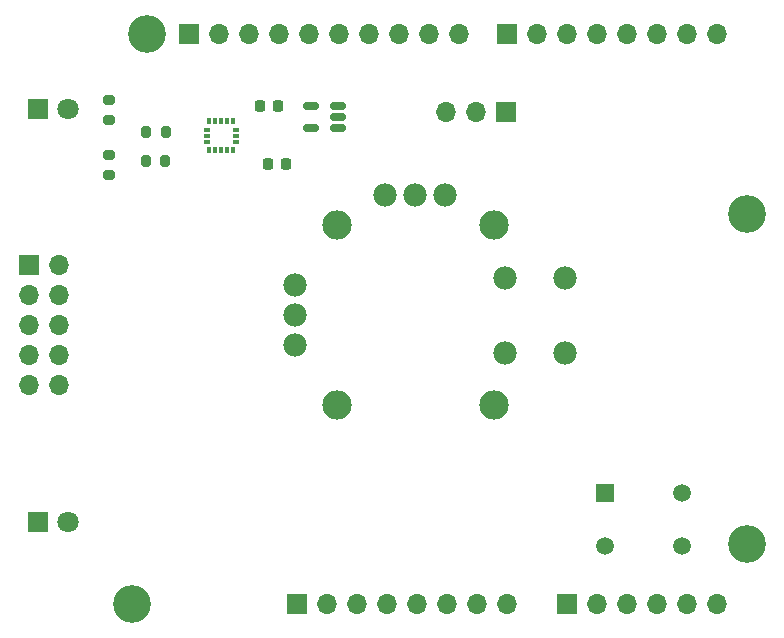
<source format=gbr>
%TF.GenerationSoftware,KiCad,Pcbnew,7.0.2-0*%
%TF.CreationDate,2023-10-31T17:00:16-04:00*%
%TF.ProjectId,ControllerShield,436f6e74-726f-46c6-9c65-72536869656c,rev?*%
%TF.SameCoordinates,Original*%
%TF.FileFunction,Soldermask,Top*%
%TF.FilePolarity,Negative*%
%FSLAX46Y46*%
G04 Gerber Fmt 4.6, Leading zero omitted, Abs format (unit mm)*
G04 Created by KiCad (PCBNEW 7.0.2-0) date 2023-10-31 17:00:16*
%MOMM*%
%LPD*%
G01*
G04 APERTURE LIST*
G04 Aperture macros list*
%AMRoundRect*
0 Rectangle with rounded corners*
0 $1 Rounding radius*
0 $2 $3 $4 $5 $6 $7 $8 $9 X,Y pos of 4 corners*
0 Add a 4 corners polygon primitive as box body*
4,1,4,$2,$3,$4,$5,$6,$7,$8,$9,$2,$3,0*
0 Add four circle primitives for the rounded corners*
1,1,$1+$1,$2,$3*
1,1,$1+$1,$4,$5*
1,1,$1+$1,$6,$7*
1,1,$1+$1,$8,$9*
0 Add four rect primitives between the rounded corners*
20,1,$1+$1,$2,$3,$4,$5,0*
20,1,$1+$1,$4,$5,$6,$7,0*
20,1,$1+$1,$6,$7,$8,$9,0*
20,1,$1+$1,$8,$9,$2,$3,0*%
G04 Aperture macros list end*
%ADD10R,1.700000X1.700000*%
%ADD11O,1.700000X1.700000*%
%ADD12R,1.800000X1.800000*%
%ADD13C,1.800000*%
%ADD14R,1.498600X1.498600*%
%ADD15C,1.498600*%
%ADD16RoundRect,0.200000X-0.200000X-0.275000X0.200000X-0.275000X0.200000X0.275000X-0.200000X0.275000X0*%
%ADD17RoundRect,0.200000X-0.275000X0.200000X-0.275000X-0.200000X0.275000X-0.200000X0.275000X0.200000X0*%
%ADD18C,1.982000*%
%ADD19C,2.490000*%
%ADD20RoundRect,0.225000X0.225000X0.250000X-0.225000X0.250000X-0.225000X-0.250000X0.225000X-0.250000X0*%
%ADD21C,3.200000*%
%ADD22RoundRect,0.150000X0.512500X0.150000X-0.512500X0.150000X-0.512500X-0.150000X0.512500X-0.150000X0*%
%ADD23RoundRect,0.087500X-0.087500X0.187500X-0.087500X-0.187500X0.087500X-0.187500X0.087500X0.187500X0*%
%ADD24RoundRect,0.087500X-0.187500X0.087500X-0.187500X-0.087500X0.187500X-0.087500X0.187500X0.087500X0*%
G04 APERTURE END LIST*
D10*
%TO.C,J1*%
X149890000Y-138655000D03*
D11*
X152430000Y-138655000D03*
X154970000Y-138655000D03*
X157510000Y-138655000D03*
X160050000Y-138655000D03*
X162590000Y-138655000D03*
X165130000Y-138655000D03*
X167670000Y-138655000D03*
%TD*%
D10*
%TO.C,J3*%
X172750000Y-138655000D03*
D11*
X175290000Y-138655000D03*
X177830000Y-138655000D03*
X180370000Y-138655000D03*
X182910000Y-138655000D03*
X185450000Y-138655000D03*
%TD*%
D10*
%TO.C,J2*%
X140746000Y-90395000D03*
D11*
X143286000Y-90395000D03*
X145826000Y-90395000D03*
X148366000Y-90395000D03*
X150906000Y-90395000D03*
X153446000Y-90395000D03*
X155986000Y-90395000D03*
X158526000Y-90395000D03*
X161066000Y-90395000D03*
X163606000Y-90395000D03*
%TD*%
D10*
%TO.C,J4*%
X167670000Y-90395000D03*
D11*
X170210000Y-90395000D03*
X172750000Y-90395000D03*
X175290000Y-90395000D03*
X177830000Y-90395000D03*
X180370000Y-90395000D03*
X182910000Y-90395000D03*
X185450000Y-90395000D03*
%TD*%
D12*
%TO.C,D1*%
X128000000Y-131750000D03*
D13*
X130540000Y-131750000D03*
%TD*%
D14*
%TO.C,SW1*%
X175999998Y-129249999D03*
D15*
X182500000Y-129249999D03*
X175999998Y-133750000D03*
X182500000Y-133750000D03*
%TD*%
D16*
%TO.C,R2*%
X137150000Y-98720000D03*
X138800000Y-98720000D03*
%TD*%
D17*
%TO.C,R4*%
X134000000Y-96000000D03*
X134000000Y-97650000D03*
%TD*%
D18*
%TO.C,U1*%
X172650000Y-111020000D03*
X172650000Y-117370000D03*
X167570000Y-111020000D03*
X167570000Y-117370000D03*
X149790000Y-111655000D03*
X149790000Y-114195000D03*
X149790000Y-116735000D03*
D19*
X166617500Y-106575000D03*
X153282500Y-106575000D03*
X153282500Y-121815000D03*
X166617500Y-121815000D03*
D18*
X162490000Y-104035000D03*
X159950000Y-104035000D03*
X157410000Y-104035000D03*
%TD*%
D12*
%TO.C,D2*%
X128000000Y-96750000D03*
D13*
X130540000Y-96750000D03*
%TD*%
D20*
%TO.C,C1*%
X148300000Y-96500000D03*
X146750000Y-96500000D03*
%TD*%
D21*
%TO.C,MH1*%
X137190000Y-90395000D03*
%TD*%
D17*
%TO.C,R3*%
X134000000Y-100675000D03*
X134000000Y-102325000D03*
%TD*%
D22*
%TO.C,U3*%
X153387500Y-98400000D03*
X153387500Y-97450000D03*
X153387500Y-96500000D03*
X151112500Y-96500000D03*
X151112500Y-98400000D03*
%TD*%
D20*
%TO.C,C2*%
X149000000Y-101445000D03*
X147450000Y-101445000D03*
%TD*%
D16*
%TO.C,R1*%
X137125000Y-101195000D03*
X138775000Y-101195000D03*
%TD*%
D10*
%TO.C,J5*%
X127210000Y-109920000D03*
D11*
X129750000Y-109920000D03*
X127210000Y-112460000D03*
X129750000Y-112460000D03*
X127210000Y-115000000D03*
X129750000Y-115000000D03*
X127210000Y-117540000D03*
X129750000Y-117540000D03*
X127210000Y-120080000D03*
X129750000Y-120080000D03*
%TD*%
D23*
%TO.C,U2*%
X144495000Y-97790000D03*
X143995000Y-97790000D03*
X143495000Y-97790000D03*
X142995000Y-97790000D03*
X142495000Y-97790000D03*
D24*
X142270000Y-98515000D03*
X142270000Y-99015000D03*
X142270000Y-99515000D03*
D23*
X142495000Y-100240000D03*
X142995000Y-100240000D03*
X143495000Y-100240000D03*
X143995000Y-100240000D03*
X144495000Y-100240000D03*
D24*
X144720000Y-99515000D03*
X144720000Y-99015000D03*
X144720000Y-98515000D03*
%TD*%
D10*
%TO.C,J6*%
X167580000Y-97000000D03*
D11*
X165040000Y-97000000D03*
X162500000Y-97000000D03*
%TD*%
D21*
%TO.C,MH2*%
X135920000Y-138655000D03*
%TD*%
%TO.C,MH3*%
X187990000Y-105635000D03*
%TD*%
%TO.C,MH4*%
X187990000Y-133575000D03*
%TD*%
M02*

</source>
